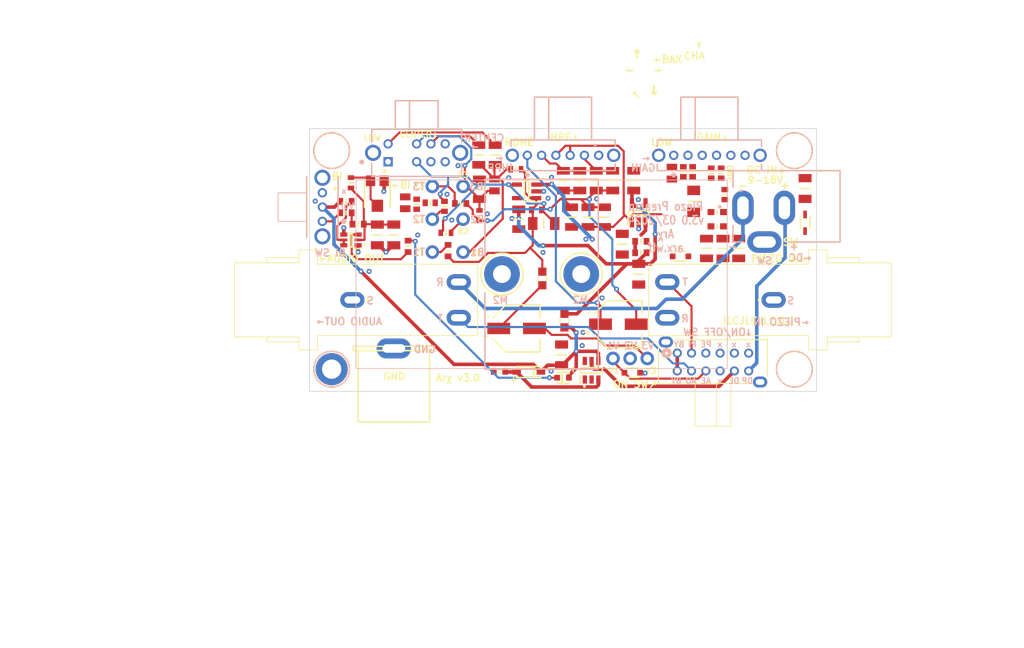
<source format=kicad_pcb>
(kicad_pcb (version 20240108) (generator "pcbnew") (generator_version "8.0")
  (title_block (title "Piezo Preamp + EQ") (date "2024-01-17") (rev "2.3") (company "Arx") (comment 1 "v2.1: PCB: fixing pad sizes - some were too small") (comment 2 "v2.2: scheme, PCB: fixing T and R pins on audio jacks - they were swapped before") (comment 3 "v2.3: PCB: adjusting board size to better fit the enclosure. Increasing opamp pad sizes."))
  (layers (0 "F.Cu" signal) (1 "In1.Cu" power) (2 "In2.Cu" power) (31 "B.Cu" signal) (34 "B.Paste" user) (35 "F.Paste" user) (36 "B.SilkS" user "B.Silkscreen") (37 "F.SilkS" user "F.Silkscreen") (38 "B.Mask" user) (39 "F.Mask" user) (44 "Edge.Cuts" user))
  (net 0 "")
  (net 1 "PIEZO_ESD")
  (net 2 "GND")
  (net 3 "Vbi")
  (net 4 "VS")
  (net 5 "Vbias")
  (net 6 "/1-ChargeAmpAndEQ/C_SW_1")
  (net 7 "/1-ChargeAmpAndEQ/C_SW_2")
  (net 8 "/1-ChargeAmpAndEQ/CH_A_INV")
  (net 9 "/1-ChargeAmpAndEQ/CH_A_OUT")
  (net 10 "/1-ChargeAmpAndEQ/G_SW_6")
  (net 11 "/1-ChargeAmpAndEQ/BAX_IN")
  (net 12 "/1-ChargeAmpAndEQ/BAX_A_INV")
  (net 13 "/1-ChargeAmpAndEQ/BASS_1")
  (net 14 "/1-ChargeAmpAndEQ/C_SW_7")
  (net 15 "AUDIO_ESD")
  (net 16 "/2-Power/DC_IN_POS")
  (net 17 "/2-Power/RP_GATE")
  (net 18 "/3-BatteryIndicator/LED_K")
  (net 19 "DC_IN_NEG")
  (net 20 "/1-ChargeAmpAndEQ/BAX_A_OUT")
  (net 21 "/3-BatteryIndicator/BI_SW")
  (net 22 "/3-BatteryIndicator/TRIM_BI_3")
  (net 23 "/3-BatteryIndicator/BI_B1")
  (net 24 "/1-ChargeAmpAndEQ/BASS_2")
  (net 25 "/1-ChargeAmpAndEQ/BASS_3")
  (net 26 "/1-ChargeAmpAndEQ/CIN_RIN")
  (net 27 "/1-ChargeAmpAndEQ/ROUT_COUT")
  (net 28 "/1-ChargeAmpAndEQ/VOL_3")
  (net 29 "/2-Power/RP_DRAIN")
  (net 30 "PIEZO_IN")
  (net 31 "AUDIO_OUT")
  (net 35 "/3-BatteryIndicator/BI_R")
  (net 36 "/3-BatteryIndicator/BI_C1_B2")
  (net 37 "/3-BatteryIndicator/BI_C2")
  (net 38 "/2-Power/BYPASS")
  (net 39 "/1-ChargeAmpAndEQ/TREB_1")
  (net 40 "/1-ChargeAmpAndEQ/TREB_2")
  (net 41 "/1-ChargeAmpAndEQ/TREB_3")
  (net 44 "/1-ChargeAmpAndEQ/C_SW_5")
  (net 45 "/1-ChargeAmpAndEQ/G_SW_1")
  (net 46 "/1-ChargeAmpAndEQ/G_SW_2")
  (net 47 "/1-ChargeAmpAndEQ/G_SW_5")
  (net 48 "/1-ChargeAmpAndEQ/HPF_SW_3")
  (net 57 "/2-Power/DC_IN_SW")
  (net 58 "/1-ChargeAmpAndEQ/HPF_SW_1")
  (net 59 "/1-ChargeAmpAndEQ/HPF_SW_2")
  (footprint "library:bjt_BC847BS_115" (layer "F.Cu") (at 120.7 90.65 180)
    (property "Reference" "U301" (hide yes))
    (property "Value" "BC847BS,115" (hide yes))
  )
  (footprint "library:FreePad_1.1mm_2.0mm" (layer "F.Cu") (at 136.4 83.15 90)
    (property "Reference" "H103" (hide yes))
    (property "Value" "Bass 3")
  )
  (footprint "library:FreePad_1.1mm_2.0mm" (layer "F.Cu") (at 159.8 107.25)
    (property "Reference" "H107" (hide yes))
    (property "Value" "Volume 1")
  )
  (footprint "MountingHole:MountingHole_2.7mm_M2.5_ISO14580_Pad" (layer "F.Cu") (at 118 108.75)
    (property "Reference" "H401" (hide yes))
    (property "Value" "M2.5 MountingHole_Pad")
  )
  (footprint "library:MCA1206MD1005BP100" (layer "F.Cu") (at 147.7 88.35)
    (property "Reference" "R104" (hide yes))
    (property "Value" "10M" (hide yes))
  )
  (footprint "library:EEEFTH101XAP" (layer "F.Cu") (at 143.9 103.05)
    (property "Reference" "C105" (hide yes))
    (property "Value" "100u 50V" (hide yes))
  )
  (footprint "library:cap_CL10C101JB8NNNC" (layer "F.Cu") (at 146.7 86.45 180)
    (property "Reference" "C104" (hide yes))
    (property "Value" "100p" (hide yes))
  )
  (footprint "library:cap_CL31A226KAHNNNE" (layer "F.Cu") (at 184.3 83.45 -90)
    (property "Reference" "C201" (hide yes))
    (property "Value" "22u" (hide yes))
  )
  (footprint "library:GRM1885C1H472JA01D" (layer "F.Cu") (at 129.9 85.65 90)
    (property "Reference" "Ct104" (hide yes))
    (property "Value" "4n7" (hide yes))
  )
  (footprint "library:FreePad_1.1mm_2.0mm" (layer "F.Cu") (at 162.2 107.25)
    (property "Reference" "H109" (hide yes))
    (property "Value" "Volume 3")
  )
  (footprint "library:D20V0L1B2WS-7" (layer "F.Cu") (at 184.3 88.25 90)
    (property "Reference" "D201" (hide yes))
    (property "Value" "20V 15pF" (hide yes))
  )
  (footprint "library:ERA-3AEB392V" (layer "F.Cu") (at 120.7 82.65 90)
    (property "Reference" "R303" (hide yes))
    (property "Value" "3k9" (hide yes))
  )
  (footprint "library:KEYSTONE-5201" (layer "F.Cu") (at 126.7 105.85 180)
    (property "Reference" "J401" (hide yes))
    (property "Value" "Spring Contact" (hide yes))
  )
  (footprint "library:GRM1885C1H472JA01D" (layer "F.Cu") (at 171.15 81.3 90)
    (property "Reference" "Cf105" (hide yes))
    (property "Value" "4n7" (hide yes))
  )
  (footprint "library:GRM31C5C1H224JE02L" (layer "F.Cu") (at 152.75 82.35 90)
    (property "Reference" "Chp106" (hide yes))
    (property "Value" "220n" (hide yes))
  )
  (footprint "library:RT0603BRD0747KL" (layer "F.Cu") (at 120 85.25)
    (property "Reference" "R304" (hide yes))
    (property "Value" "47k" (hide yes))
  )
  (footprint "MountingHole:MountingHole_2.7mm_M2.5_ISO14580" (layer "F.Cu") (at 182.8 108.75)
    (property "Reference" "H402" (hide yes))
    (property "Value" "M2.5 MountingHole")
  )
  (footprint "library:EEEFTH101XAP" (layer "F.Cu") (at 158.15 102.45)
    (property "Reference" "Chp104" (hide yes))
    (property "Value" "100u 50V" (hide yes))
  )
  (footprint "library:RT0603BRD0747KL" (layer "F.Cu") (at 161.3 92.45 180)
    (property "Reference" "R203" (hide yes))
    (property "Value" "47k" (hide yes))
  )
  (footprint "library:cap_CL31A226KAHNNNE" (layer "F.Cu") (at 126.7 89.95 90)
    (property "Reference" "C302" (hide yes))
    (property "Value" "22u" (hide yes))
  )
  (footprint "library:cap_CL31A226KAHNNNE" (layer "F.Cu") (at 150.2 106.75 -90)
    (property "Reference" "C202" (hide yes))
    (property "Value" "22u" (hide yes))
  )
  (footprint "library:FreePad_1.1mm_2.0mm" (layer "F.Cu") (at 132.1 92.35)
    (property "Reference" "H104" (hide yes))
    (property "Value" "Treble 1")
  )
  (footprint "library:OPA145IDBVR" (layer "F.Cu") (at 161 86.85 90)
    (property "Reference" "U101" (hide yes))
    (property "Value" "OPA145" (hide yes))
  )
  (footprint "library:GRM21B5C1H223JA01L" (layer "F.Cu") (at 140.8 82.95 -90)
    (property "Reference" "Cb102" (hide yes))
    (property "Value" "22n" (hide yes))
  )
  (footprint "library:RT0603DRD072K2L" (layer "F.Cu") (at 134.3 92.15 -90)
    (property "Reference" "Rt102" (hide yes))
    (property "Value" "2k2" (hide yes))
  )
  (footprint "library:GRM31C5C1H683JA01L" (layer "F.Cu") (at 151.6 87.45 90)
    (property "Reference" "Chp101" (hide yes))
    (property "Value" "68n" (hide yes))
  )
  (footprint "library:CDSOD323-T12LC" (layer "F.Cu") (at 160.1 109.25 180)
    (property "Reference" "D102" (hide yes))
    (property "Value" "12V 1pF" (hide yes))
  )
  (footprint "library:GRM31C5C2A104JA01L" (layer "F.Cu") (at 144.2 87.75 90)
    (property "Reference" "C206" (hide yes))
    (property "Value" "100n" (hide yes))
  )
  (footprint "library:cap_CL31A226KAHNNNE" (layer "F.Cu") (at 124.4 89.95 90)
    (property "Reference" "C301" (hide yes))
    (property "Value" "22u" (hide yes))
  )
  (footprint "MountingHole:MountingHole_2.7mm_M2.5_ISO14580" (layer "F.Cu") (at 182.8 78.15)
    (property "Reference" "H404" (hide yes))
    (property "Value" "M2.5 MountingHole")
  )
  (footprint "library:GRM1885C1H472JA01D" (layer "F.Cu") (at 168.55 81.1 90)
    (property "Reference" "Cf103" (hide yes))
    (property "Value" "4n7" (hide yes))
  )
  (footprint "library:GRM31C5C1H224JE02L" (layer "F.Cu") (at 172.8 91.85 90)
    (property "Reference" "C101" (hide yes))
    (property "Value" "220n" (hide yes))
  )
  (footprint "library:RT0603BRD0710KL" (layer "F.Cu") (at 128.7 91.55 -90)
    (property "Reference" "R305" (hide yes))
    (property "Value" "10k" (hide yes))
  )
  (footprint "library:DDZ12B-7" (layer "F.Cu") (at 145.6 109.15 180)
    (property "Reference" "D202" (hide yes))
    (property "Value" "DDZ12B-7" (hide yes))
  )
  (footprint "library:ERA-6AEB101V" (layer "F.Cu") (at 150.6 101.95 -90)
    (property "Reference" "R202" (hide yes))
    (property "Value" "100R" (hide yes))
  )
  (footprint "library:GRM1885C1H472JA01D" (layer "F.Cu") (at 131.8 85.45 180)
    (property "Reference" "Ct102" (hide yes))
    (property "Value" "4n7" (hide yes))
  )
  (footprint "library:GRM31C5C2A104JA01L" (layer "F.Cu") (at 160.3 82.35 -90)
    (property "Reference" "C205" (hide yes))
    (property "Value" "100n" (hide yes))
  )
  (footprint "library:trimpot_TC33X-2-103E" (layer "F.Cu") (at 124.4 84.218 180)
    (property "Reference" "RV301" (hide yes))
    (property "Value" "trim B10k" (hide yes))
  )
  (footprint "library:GRM31C5C2A104JA01L" (layer "F.Cu") (at 157.35 82.35 -90)
    (property "Reference" "Chp107" (hide yes))
    (property "Value" "100n" (hide yes))
  )
  (footprint "library:FreePad_1.1mm_2.0mm" (layer "F.Cu") (at 136.4 87.75 90)
    (property "Reference" "H102" (hide yes))
    (property "Value" "Bass 2")
  )
  (footprint "library:GRM31C5C1H683JA01L" (layer "F.Cu") (at 138.7 83.55 90)
    (property "Reference" "Cb101" (hide yes))
    (property "Value" "68n" (hide yes))
  )
  (footprint "library:GRM31C5C1H224JE02L" (layer "F.Cu") (at 175 91.85 90)
    (property "Reference" "C102" (hide yes))
    (property "Value" "220n" (hide yes))
  )
  (footprint "library:GRM1885C1H472JA01D" (layer "F.Cu") (at 133.8 85.95 -90)
    (property "Reference" "Ct101" (hide yes))
    (property "Value" "4n7" (hide yes))
  )
  (footprint "library:GRM31C5C1H683JA01L" (layer "F.Cu") (at 138.6 78.75 -90)
    (property "Reference" "Cb104" (hide yes))
    (property "Value" "68n" (hide yes))
  )
  (footprint "library:RT0603BRD0710KL" (layer "F.Cu") (at 141.5 109.05 180)
    (property "Reference" "R201" (hide yes))
    (property "Value" "10k" (hide yes))
  )
  (footprint "library:FreePad_1.1mm_2.0mm" (layer "F.Cu") (at 136.4 92.35 90)
    (property "Reference" "H101" (hide yes))
    (property "Value" "Bass 1")
  )
  (footprint "library:OPA145IDBVR" (layer "F.Cu") (at 145.3 83.85 180)
    (property "Reference" "U102" (hide yes))
    (property "Value" "OPA145" (hide yes))
  )
  (footprint "library:RT0603DRD072K2L" (layer "F.Cu") (at 136.06 85.55 180)
    (property "Reference" "Rt101" (hide yes))
    (property "Value" "2k2" (hide yes))
  )
  (footprint "library:CUI_SJ-63053A" (layer "F.Cu") (at 120.9 99.05)
    (property "Reference" "J102" (hide yes))
    (property "Value" "6.3mm stereo")
  )
  (footprint "library:CUI_SJ-63053A" (layer "F.Cu") (at 179.9 99.05 180)
    (property "Reference" "J101" (hide yes))
    (property "Value" "6.3mm stereo")
  )
  (footprint "library:pot_R16148-1A-1_FabOnly" (layer "F.Cu") (at 173.3 84.849996 -90)
    (property "Reference" "Volume" (hide yes))
    (property "Value" "Volume")
  )
  (footprint "library:GRM31C5C1H683JA01L" (layer "F.Cu") (at 155.05 82.35 -90)
    (property "Reference" "Chp108" (hide yes))
    (property "Value" "68n" (hide yes))
  )
  (footprint "library:MCA1206MD1005BP100" (layer "F.Cu") (at 168.7 85.25 -90)
    (property "Reference" "Rf101" (hide yes))
    (property "Value" "10M" (hide yes))
  )
  (footprint "library:EG4208A" (layer "F.Cu") (at 171.4 107.75)
    (property "Reference" "S201" (hide yes))
    (property "Value" "EG4208A")
  )
  (footprint "library:FreePad_1.1mm_2.0mm" (layer "F.Cu") (at 132.1 87.75)
    (property "Reference" "H105" (hide yes))
    (property "Value" "Treble 2")
  )
  (footprint "library:GRM31C5C1H224JE02L" (layer "F.Cu") (at 153.9 87.45 90)
    (property "Reference" "Chp102" (hide yes))
    (property "Value" "220n" (hide yes))
  )
  (footprint "library:CDSOD323-T12LC" (layer "F.Cu") (at 166.85 92.95)
    (property "Reference" "D101" (hide yes))
    (property "Value" "12V 1pF" (hide yes))
  )
  (footprint "library:ERA-3AEB392V" (layer "F.Cu") (at 143.8 80.75)
    (property "Reference" "Rb102" (hide yes))
    (property "Value" "3k9" (hide yes))
  )
  (footprint "library:RT0603BRE07150RL_UL-M" (layer "F.Cu") (at 172 88.75 180)
    (property "Reference" "R102" (hide yes))
    (property "Value" "150R")
  )
  (footprint "library:GRM31C5C1H224JE02L" (layer "F.Cu") (at 170.5 91.85 90)
    (property "Reference" "C103" (hide yes))
    (property "Value" "220n" (hide yes))
  )
  (footprint "library:GRM21B5C1H223JA01L" (layer "F.Cu") (at 165.65 81.3 90)
    (property "Reference" "Cf102" (hide yes))
    (property "Value" "22n" (hide yes))
  )
  (footprint "library:ZXMP3A17E6TA" (layer "F.Cu") (at 154.4 108.899986 90)
    (property "Reference" "U201" (hide yes))
    (property "Value" "ZXMP3A17E6TA" (hide yes))
  )
  (footprint "library:ERA-3AEB392V" (layer "F.Cu") (at 134 89.65 180)
    (property "Reference" "R103" (hide yes))
    (property "Value" "3k9" (hide yes))
  )
  (footprint "library:ERA-6AEB101V" (layer "F.Cu") (at 147.5 96.05 90)
    (property "Reference" "R105" (hide yes))
    (property "Value" "100R" (hide yes))
  )
  (footprint "library:GRM1885C1H102JA01D" (layer "F.Cu") (at 173.05 84.3 -90)
    (property "Reference" "Cf101" (hide yes))
    (property "Value" "1n" (hide yes))
  )
  (footprint "library:APT1608LSECK_J3-PRV" (layer "F.Cu") (at 150.4 109.95)
    (property "Reference" "D301" (hide yes))
    (property "Value" "Red 100mcd/120°/2mA" (hide yes))
  )
  (footprint "library:GRM31C5C1H224JE02L" (layer "F.Cu") (at 150.45 82.35 90)
    (property "Reference" "Chp105" (hide yes))
    (property "Value" "220n" (hide yes))
  )
  (footprint "library:GRM1885C1H102JA01D" (layer "F.Cu") (at 172.55 81.3 90)
    (property "Reference" "Cf106" (hide yes))
    (property "Value" "1n" (hide yes))
  )
  (footprint "library:pot_R16148-1A-1_FabOnly" (layer "F.Cu") (at 150.4 84.85)
    (property "Reference" "Bass" (hide yes))
    (property "Value" "Bass")
  )
  (footprint "library:GRM31C5C1H224JE02L" (layer "F.Cu") (at 156.2 87.45 90)
    (property "Reference" "Chp103" (hide yes))
    (property "Value" "220n" (hide yes))
  )
  (footprint "library:RT0603BRD0747KL" (layer "F.Cu") (at 121.7 88.45)
    (property "Reference" "R302" (hide yes))
    (property "Value" "47k" (hide yes))
  )
  (footprint "library:RT0603BRD0747KL" (layer "F.Cu") (at 161.3 90.85)
    (property "Reference" "R204" (hide yes))
    (property "Value" "47k" (hide yes))
  )
  (footprint "library:ERA-3AEB392V" (layer "F.Cu") (at 138.7 87.25 90)
    (property "Reference" "Rb101" (hide yes))
    (property "Value" "3k9" (hide yes))
  )
  (footprint "library:RT0603BRE07150RL_UL-M" (layer "F.Cu") (at 172 86.75 180)
    (property "Reference" "R101" (hide yes))
    (property "Value" "150R")
  )
  (footprint "library:GRM31C5C2A104JA01L" (layer "F.Cu") (at 140.9 78.75 -90)
    (property "Reference" "Cb103" (hide yes))
    (property "Value" "100n" (hide yes))
  )
  (footprint "library:GRM1885C1H472JA01D" (layer "F.Cu") (at 167.25 81.1 90)
    (property "Reference" "Cf104" (hide yes))
    (property "Value" "4n7" (hide yes))
  )
  (footprint "MountingHole:MountingHole_2.7mm_M2.5_ISO14580" (layer "F.Cu") (at 118 78.15)
    (property "Reference" "H403" (hide yes))
    (property "Value" "M2.5 MountingHole")
  )
  (footprint "library:cap_CL31A226KAHNNNE" (layer "F.Cu") (at 158.7 91.25 90)
    (property "Reference" "C204" (hide yes))
    (property "Value" "22u" (hide yes))
  )
  (footprint "library:FreePad_1.1mm_2.0mm" (layer "F.Cu") (at 157.4 107.25)
    (property "Reference" "H108" (hide yes))
    (property "Value" "Volume 2")
  )
  (footprint "library:cap_CL31A226KAHNNNE" (layer "F.Cu") (at 161 95.45 90)
    (property "Reference" "C203" (hide yes))
    (property "Value" "22u" (hide yes))
  )
  (footprint "library:RT0603BRD0747KL" (layer "F.Cu") (at 120 86.85)
    (property "Reference" "R301" (hide yes))
    (property "Value" "47k" (hide yes))
  )
  (footprint "library:FreePad_1.1mm_2.0mm" (layer "F.Cu") (at 132.1 83.15)
    (property "Reference" "H106" (hide yes))
    (property "Value" "Treble 3")
  )
  (footprint "library:GRM21B5C1H223JA01L" (layer "F.Cu") (at 128.3 85.45 90)
    (property "Reference" "Ct103" (hide yes))
    (property "Value" "22n" (hide yes))
  )
  (footprint "library:pot_R16148-1A-1_FabOnly" (layer "F.Cu") (at 127.5 84.85 90)
    (property "Reference" "Treble" (hide yes))
    (property "Value" "Treble")
  )
  (footprint "library:OS102011MA1QN1" (layer "B.Cu") (at 116.7 86.05 90)
    (property "Reference" "S301" (hide yes))
    (property "Value" "OS102011MA1QN1" (hide yes))
  )
  (footprint "library:sw_0S203011MA2QP1" (layer "B.Cu") (at 129.9 75.15)
    (property "Reference" "S103" (hide yes))
    (property "Value" "0S203011MA2QP1" (hide yes))
  )
  (footprint "library:sw_SK14D01G6" (layer "B.Cu") (at 150.4 76.65)
    (property "Reference" "S102" (hide yes))
    (property "Value" "SK14D01G6" (hide yes))
  )
  (footprint "library:KEYSTONE-71" (layer "B.Cu") (at 147.4 95.45 90)
    (property "Reference" "H422" (hide yes))
    (property "Value" "9V battery holder" (hide yes))
  )
  (footprint "library:sw_SK14D01G6" (layer "B.Cu") (at 170.9 76.65)
    (property "Reference" "S101" (hide yes))
    (property "Value" "SK14D01G6" (hide yes))
  )
  (footprint "library:694106301002" (layer "B.Cu") (at 189.2 89.95 180)
    (property "Reference" "J201" (hide yes))
    (property "Value" "DC IN 5.5/2.1mm" (hide yes))
  )
  (gr_circle (center 118 78.15) (end 120.5 78.15) (stroke (width 0.2)) (fill none) (layer "B.SilkS"))
  (gr_circle (center 118 108.75) (end 120.5 108.75) (stroke (width 0.2)) (fill none) (layer "B.SilkS"))
  (gr_circle (center 175.3 83.75) (end 175.2 83.75) (stroke (width 0.2)) (fill none) (layer "B.SilkS"))
  (gr_circle (center 182.8 78.15) (end 185.3 78.15) (stroke (width 0.2)) (fill none) (layer "B.SilkS"))
  (gr_circle (center 182.8 108.75) (end 185.3 108.75) (stroke (width 0.2)) (fill none) (layer "B.SilkS"))
  (gr_circle (center 154.9 77.35) (end 154.8 77.35) (stroke (width 0.2)) (fill none) (layer "B.SilkS"))
  (gr_circle (center 118 108.75) (end 120.5 108.75) (stroke (width 0.2)) (fill none) (layer "F.SilkS"))
  (gr_circle (center 182.8 108.75) (end 185.3 108.75) (stroke (width 0.2)) (fill none) (layer "F.SilkS"))
  (gr_circle (center 141.85 95.45) (end 144.8 95.45) (stroke (width 0.2)) (fill none) (layer "F.SilkS"))
  (gr_circle (center 118 78.15) (end 120.5 78.15) (stroke (width 0.2)) (fill none) (layer "F.SilkS"))
  (gr_circle (center 152.95 95.45) (end 155.9 95.45) (stroke (width 0.2)) (fill none) (layer "F.SilkS"))
  (gr_circle (center 182.8 78.15) (end 185.3 78.15) (stroke (width 0.2)) (fill none) (layer "F.SilkS"))
  (gr_line (start 114.9 75.05) (end 185.9 75.05) (stroke (width 0.1)) (layer "Edge.Cuts"))
  (gr_line (start 114.9 75.05) (end 114.9 111.85) (stroke (width 0.1)) (layer "Edge.Cuts"))
  (gr_line (start 114.9 111.85) (end 185.9 111.85) (stroke (width 0.1)) (layer "Edge.Cuts"))
  (gr_line (start 185.9 111.85) (end 185.9 75.05) (stroke (width 0.1)) (layer "Edge.Cuts"))
  (gr_text "ON/OFF SW" (at 167.1 104.15 0) (layer "B.SilkS") (effects (font (size 1 1) (thickness 0.2) (bold yes)) (justify right bottom mirror)))
  (gr_text "←DC" (at 181.9 93.75 0) (layer "B.SilkS") (effects (font (size 1 1) (thickness 0.2) (bold yes)) (justify right bottom mirror)))
  (gr_text "V3" (at 163.3 106.05 0) (layer "B.SilkS") (effects (font (size 1 1) (thickness 0.2) (bold yes)) (justify left bottom mirror)))
  (gr_text "B3" (at 139.4 83.75 0) (layer "B.SilkS") (effects (font (size 1 1) (thickness 0.2) (bold yes)) (justify left bottom mirror)))
  (gr_text "M2" (at 142.8 99.65 0) (layer "B.SilkS") (effects (font (size 1 1) (thickness 0.2) (bold yes)) (justify left bottom mirror)))
  (gr_text "Vbi" (at 119.2 86.35 0) (layer "B.SilkS") (effects (font (size 0.8 0.8) (thickness 0.16) (bold yes)) (justify right bottom mirror)))
  (gr_text "R" (at 168.1 102.25 -0) (layer "B.SilkS") (effects (font (size 1 1) (thickness 0.2) (bold yes)) (justify left bottom mirror)))
  (gr_text "x\n" (at 176.8 105.75 0) (layer "B.SilkS") (effects (font (size 0.8 0.8) (thickness 0.16) (bold yes)) (justify left bottom mirror)))
  (gr_text "T3" (at 131.2 83.75 0) (layer "B.SilkS") (effects (font (size 1 1) (thickness 0.2) (bold yes)) (justify left bottom mirror)))
  (gr_text "V2" (at 160.9 106.05 0) (layer "B.SilkS") (effects (font (size 1 1) (thickness 0.2) (bold yes)) (justify left bottom mirror)))
  (gr_text "Piezo Preamp\nv3.0 03/2024\nArχ\narx.wtf\n" (at 164.8 92.45 0) (layer "B.SilkS") (effects (font (size 1.2 1) (thickness 0.2) (bold yes)) (justify bottom mirror)))
  (gr_text "T" (at 168 97.15 -0) (layer "B.SilkS") (effects (font (size 1 1) (thickness 0.2) (bold yes)) (justify left bottom mirror)))
  (gr_text "S" (at 124 99.75 -0) (layer "B.SilkS") (effects (font (size 1 1) (thickness 0.2) (bold yes)) (justify left bottom mirror)))
  (gr_text "T" (at 133.7 102.25 0) (layer "B.SilkS") (effects (font (size 1 1) (thickness 0.2) (bold yes)) (justify left bottom mirror)))
  (gr_text "x\n" (at 172.8 110.85 0) (layer "B.SilkS") (effects (font (size 0.8 0.8) (thickness 0.16) (bold yes)) (justify left bottom mirror)))
  (gr_text "AE" (at 171.2 110.85 0) (layer "B.SilkS") (effects (font (size 0.8 0.8) (thickness 0.16) (bold yes)) (justify left bottom mirror)))
  (gr_text "S" (at 182.9 99.75 -0) (layer "B.SilkS") (effects (font (size 1 1) (thickness 0.2) (bold yes)) (justify left bottom mirror)))
  (gr_text "BY" (at 167.5 105.75 0) (layer "B.SilkS") (effects (font (size 0.8 0.8) (thickness 0.16) (bold yes)) (justify left bottom mirror)))
  (gr_text "CENTER" (at 136.4 76.95 0) (layer "B.SilkS") (effects (font (size 1 1) (thickness 0.2) (bold yes)) (justify right bottom mirror)))
  (gr_text "x\n" (at 174.8 105.75 0) (layer "B.SilkS") (effects (font (size 0.8 0.8) (thickness 0.16) (bold yes)) (justify left bottom mirror)))
  (gr_text "→" (at 142.238094 78.722 180) (layer "B.SilkS") (effects (font (size 1 1) (thickness 0.2) (bold yes)) (justify right bottom mirror)))
  (gr_text "T1" (at 131.2 92.95 0) (layer "B.SilkS") (effects (font (size 1 1) (thickness 0.2) (bold yes)) (justify left bottom mirror)))
  (gr_text "GND" (at 129.4 106.55 0) (layer "B.SilkS") (effects (font (size 1 1) (thickness 0.2) (bold yes)) (justify right bottom mirror)))
  (gr_text "x\n" (at 172.8 105.75 0) (layer "B.SilkS") (effects (font (size 0.8 0.8) (thickness 0.16) (bold yes)) (justify left bottom mirror)))
  (gr_text "+" (at 183.5 92.15 -0) (layer "B.SilkS") (effects (font (size 1 1) (thickness 0.2) (bold yes)) (justify left bottom mirror)))
  (gr_text "M2" (at 154 99.65 0) (layer "B.SilkS") (effects (font (size 1 1) (thickness 0.2) (bold yes)) (justify left bottom mirror)))
  (gr_text "DP" (at 177.1 110.85 0) (layer "B.SilkS") (effects (font (size 0.8 0.8) (thickness 0.16) (bold yes)) (justify left bottom mirror)))
  (gr_text "T2" (at 131.2 88.35 0) (layer "B.SilkS") (effects (font (size 1 1) (thickness 0.2) (bold yes)) (justify left bottom mirror)))
  (gr_text "x" (at 119.3 84.25 0) (layer "B.SilkS") (effects (font (size 0.8 0.8) (thickness 0.16) (bold yes)) (justify right bottom mirror)))
  (gr_text "R" (at 133.8 97.15 -0) (layer "B.SilkS") (effects (font (size 1 1) (thickness 0.2) (bold yes)) (justify left bottom mirror)))
  (gr_text "AUDIO OUT→" (at 125.2 102.65 0) (layer "B.SilkS") (effects (font (size 1 1) (thickness 0.2) (bold yes)) (justify left bottom mirror)))
  (gr_text "PI" (at 169.2 105.75 0) (layer "B.SilkS") (effects (font (size 0.8 0.8) (thickness 0.16) (bold yes)) (justify left bottom mirror)))
  (gr_text "AO" (at 169.2 110.85 0) (layer "B.SilkS") (effects (font (size 0.8 0.8) (thickness 0.16) (bold yes)) (justify left bottom mirror)))
  (gr_text "GAIN" (at 159.8 81.15 0) (layer "B.SilkS") (effects (font (size 1 1) (thickness 0.2) (bold yes)) (justify right bottom mirror)))
  (gr_text "V1" (at 158.4 106.05 0) (layer "B.SilkS") (effects (font (size 1 1) (thickness 0.2) (bold yes)) (justify left bottom mirror)))
  (gr_text "←PIEZO IN" (at 176.9 102.75 0) (layer "B.SilkS") (effects (font (size 1 1) (thickness 0.2) (bold yes)) (justify right bottom mirror)))
  (gr_text "PE" (at 171.3 105.75 0) (layer "B.SilkS") (effects (font (size 0.8 0.8) (thickness 0.16) (bold yes)) (justify left bottom mirror)))
  (gr_text "→" (at 162.8 78.75 180) (layer "B.SilkS") (effects (font (size 1 1) (thickness 0.2) (bold yes)) (justify right bottom mirror)))
  (gr_text "DE" (at 175.2 110.85 0) (layer "B.SilkS") (effects (font (size 0.8 0.8) (thickness 0.16) (bold yes)) (justify left bottom mirror)))
  (gr_text "→" (at 176.9 104.35 90) (layer "B.SilkS") (effects (font (size 1 1) (thickness 0.2) (bold yes)) (justify right bottom mirror)))
  (gr_text "HPF" (at 139.8 81.15 0) (layer "B.SilkS") (effects (font (size 1 1) (thickness 0.2) (bold yes)) (justify right bottom mirror)))
  (gr_text "SW" (at 179.8 94.15 -0) (layer "B.SilkS") (effects (font (size 1 1) (thickness 0.2) (bold yes)) (justify left bottom mirror)))
  (gr_text "-" (at 174.9 92.15 -0) (layer "B.SilkS") (effects (font (size 1 1) (thickness 0.2) (bold yes)) (justify left bottom mirror)))
  (gr_text "BY" (at 167.1 110.85 0) (layer "B.SilkS") (effects (font (size 0.8 0.8) (thickness 0.16) (bold yes)) (justify left bottom mirror)))
  (gr_text "B2" (at 139.5 88.35 0) (layer "B.SilkS") (effects (font (size 1 1) (thickness 0.2) (bold yes)) (justify left bottom mirror)))
  (gr_text "BI SW" (at 115.5 93.05 0) (layer "B.SilkS") (effects (font (size 1 1) (thickness 0.2) (bold yes)) (justify right bottom mirror)))
  (gr_text "→" (at 137.3 78.15 0) (layer "B.SilkS") (effects (font (size 1 1) (thickness 0.2) (bold yes)) (justify right bottom mirror)))
  (gr_text "B1" (at 139.5 92.95 0) (layer "B.SilkS") (effects (font (size 1 1) (thickness 0.2) (bold yes)) (justify left bottom mirror)))
  (gr_text "+" (at 181.5 83.65 0) (layer "F.SilkS") (effects (font (size 1 1) (thickness 0.2) (bold yes)) (justify bottom)))
  (gr_text "BI\n←" (at 117.9 83.95 0) (layer "F.SilkS") (effects (font (size 1 1) (thickness 0.2) (bold yes)) (justify left bottom)))
  (gr_text "↖" (at 159.9 70.85 0) (layer "F.SilkS") (effects (font (size 1 1) (thickness 0.2) (bold yes)) (justify left bottom)))
  (gr_text "SW" (at 181.1 91.55 0) (layer "F.SilkS") (effects (font (size 1 1) (thickness 0.2) (bold yes)) (justify left bottom)))
  (gr_text "V2" (at 159.5 105.65 0) (layer "F.SilkS") (effects (font (size 0.8 0.8) (thickness 0.16) (bold yes)) (justify left)))
  (gr_text "JLCJLCJLCJLC" (at 172.4 102.55 0) (layer "F.SilkS") (effects (font (size 1 1) (thickness 0.2) (bold yes)) (justify left bottom)))
  (gr_text "LOW" (at 162.6 77.55 0) (layer "F.SilkS") (effects (font (size 1 1) (thickness 0.2) (bold yes)) (justify left bottom)))
  (gr_text "ON SW↗" (at 157.3 111.45 0) (layer "F.SilkS") (effects (font (size 1 1) (thickness 0.2) (bold yes)) (justify left bottom)))
  (gr_text "B3" (at 135.5 81.55 0) (layer "F.SilkS") (effects (font (size 0.8 0.8) (thickness 0.16) (bold yes)) (justify left)))
  (gr_text "→" (at 164.4 67.45 0) (layer "F.SilkS") (effects (font (size 1 1) (thickness 0.2) (bold yes)) (justify right bottom)))
  (gr_text "Arχ v3.0" (at 138.9 110.55 0) (layer "F.SilkS") (effects (font (size 1 1) (thickness 0.2) (bold yes)) (justify right bottom)))
  (gr_text "DC IN↓" (at 176 81.45 0) (layer "F.SilkS") (effects (font (size 1 1) (thickness 0.2) (bold yes)) (justify left bottom)))
  (gr_text "↑" (at 159.6 65.35 0) (layer "F.SilkS") (effects (font (size 1.5 1.5) (thickness 0.3) (bold yes)) (justify left bottom)))
  (gr_text "GND" (at 125.1 110.35 0) (layer "F.SilkS") (effects (font (size 1 1) (thickness 0.2) (bold yes)) (justify left bottom)))
  (gr_text "9-18V" (at 176.1 82.85 0) (layer "F.SilkS") (effects (font (size 1 1) (thickness 0.2) (bold yes)) (justify left bottom)))
  (gr_text "-" (at 175.6 83.65 0) (layer "F.SilkS") (effects (font (size 1 1) (thickness 0.2) (bold yes)) (justify bottom)))
  (gr_text "GAIN↓" (at 169 76.85 0) (layer "F.SilkS") (effects (font (size 1 1) (thickness 0.2) (bold yes)) (justify left bottom)))
  (gr_text "CENTER↓" (at 127.4 76.35 0) (layer "F.SilkS") (effects (font (size 0.8 0.8) (thickness 0.16) (bold yes)) (justify left bottom)))
  (gr_text "←BI" (at 126.2 83.55 0) (layer "F.SilkS") (effects (font (size 1 1) (thickness 0.2) (bold yes)) (justify left bottom)))
  (gr_text "PIEZO IN→" (at 184.8 93.85 0) (layer "F.SilkS") (effects (font (size 1 1) (thickness 0.2) (bold yes)) (justify right bottom)))
  (gr_text "NONE" (at 142.1 77.55 0) (layer "F.SilkS") (effects (font (size 1 1) (thickness 0.2) (bold yes)) (justify left bottom)))
  (gr_text "B1" (at 137.4 92.55 0) (layer "F.SilkS") (effects (font (size 0.8 0.8) (thickness 0.16) (bold yes)) (justify left)))
  (gr_text "DNP" (at 173.3 80.05 270) (layer "F.SilkS") (effects (font (size 0.8 0.8) (thickness 0.16) (bold yes)) (justify left bottom)))
  (gr_text "V1" (at 156.7 108.95 0) (layer "F.SilkS") (effects (font (size 0.8 0.8) (thickness 0.16) (bold yes)) (justify left)))
  (gr_text "←AUDIO OUT" (at 116 93.85 0) (layer "F.SilkS") (effects (font (size 1 1) (thickness 0.2) (bold yes)) (justify left bottom)))
  (gr_text "←BAX" (at 162.9 65.95 0) (layer "F.SilkS") (effects (font (size 1 1) (thickness 0.2) (bold yes)) (justify left bottom)))
  (gr_text "↓" (at 162 70.45 0) (layer "F.SilkS") (effects (font (size 1.5 1.5) (thickness 0.3) (bold yes)) (justify left bottom)))
  (gr_text "  ↑\nCHA" (at 167.2 65.45 0) (layer "F.SilkS") (effects (font (size 1 1) (thickness 0.2) (bold yes)) (justify left bottom)))
  (gr_text "V3" (at 161.9 108.95 0) (layer "F.SilkS") (effects (font (size 0.8 0.8) (thickness 0.16) (bold yes)) (justify left)))
  (gr_text "←" (at 159 67.45 0) (layer "F.SilkS") (effects (font (size 1 1) (thickness 0.2) (bold yes)) (justify left bottom)))
  (gr_text "B2" (at 135.5 89.45 0) (layer "F.SilkS") (effects (font (size 0.8 0.8) (thickness 0.16) (bold yes)) (justify left)))
  (gr_text "T1" (at 129.5 92.35 0) (layer "F.SilkS") (effects (font (size 0.8 0.8) (thickness 0.16) (bold yes)) (justify left)))
  (gr_text "T3" (at 129.5 83.15 0) (layer "F.SilkS") (effects (font (size 0.8 0.8) (thickness 0.16) (bold yes)) (justify left)))
  (gr_text "LOW" (at 122.4 76.85 0) (layer "F.SilkS") (effects (font (size 0.8 0.8) (thickness 0.16) (bold yes)) (justify left bottom)))
  (gr_text "T2" (at 129.5 87.75 0) (layer "F.SilkS") (effects (font (size 0.8 0.8) (thickness 0.16) (bold yes)) (justify left)))
  (gr_text "HPF↓" (at 148.5 76.85 0) (layer "F.SilkS") (effects (font (size 1 1) (thickness 0.2) (bold yes)) (justify left bottom)))
  (segment (start 124.65 91.4) (end 124.4 91.4) (width 0.5) (layer "F.Cu") (net 2))
  (segment (start 125.6 92.35) (end 126.55 91.4) (width 0.5) (layer "F.Cu") (net 2))
  (segment (start 161.85 109.35) (end 161.2 109.35) (width 0.5) (layer "F.Cu") (net 2))
  (segment (start 121.7 92.35) (end 121.7 91.4) (width 0.5) (layer "F.Cu") (net 2))
  (segment (start 125.35 83.8) (end 125.3 83.85) (width 0.5) (layer "F.Cu") (net 2))
  (segment (start 161.9 109.3) (end 161.85 109.35) (width 0.5) (layer "F.Cu") (net 2))
  (segment (start 125.6 92.35) (end 124.65 91.4) (width 0.5) (layer "F.Cu") (net 2))
  (segment (start 126.55 91.4) (end 126.7 91.4) (width 0.5) (layer "F.Cu") (net 2))
  (segment (start 125.35 82.368) (end 125.35 83.8) (width 0.5) (layer "F.Cu") (net 2))
  (segment (start 161 89.05) (end 161 88.2) (width 0.5) (layer "F.Cu") (net 2))
  (segment (start 146.65 83.85) (end 147.7 83.85) (width 0.5) (layer "F.Cu") (net 2))
  (segment (start 119.7 89.9) (end 119.7 88.95) (width 0.5) (layer "F.Cu") (net 2))
  (via (at 155.871753 98.778247) (size 0.7) (drill 0.3) (layers "F.Cu" "B.Cu") (net 2))
  (via (at 134.821637 87.880409) (size 0.7) (drill 0.3) (layers "F.Cu" "B.Cu") (net 2))
  (via (at 147.6 92.400003) (size 0.7) (drill 0.3) (layers "F.Cu" "B.Cu") (net 2))
  (via (at 153.199662 103.59991) (size 0.7) (drill 0.3) (layers "F.Cu" "B.Cu") (net 2))
  (via (at 161 89.1) (size 0.7) (drill 0.3) (layers "F.Cu" "B.Cu") (net 2))
  (via (at 148.793479 81.889492) (size 0.7) (drill 0.3) (layers "F.Cu" "B.Cu") (net 2))
  (via (at 148.299055 84.821746) (size 0.7) (drill 0.3) (layers "F.Cu" "B.Cu") (net 2))
  (via (at 135.696062 80.254424) (size 0.7) (drill 0.3) (layers "F.Cu" "B.Cu") (net 2))
  (via (at 125.3 83.85) (size 0.7) (drill 0.3) (layers "F.Cu" "B.Cu") (net 2))
  (via (at 153.084003 105.45) (size 0.7) (drill 0.3) (layers "F.Cu" "B.Cu") (net 2))
  (via (at 130.052822 89.967944) (size 0.7) (drill 0.3) (layers "F.Cu" "B.Cu") (net 2))
  (via (at 119.7 88.95) (size 0.7) (drill 0.3) (layers "F.Cu" "B.Cu") (net 2))
  (via (at 161.9 109.3) (size 0.7) (drill 0.3) (layers "F.Cu" "B.Cu") (net 2))
  (via (at 153.6 90.55) (size 0.7) (drill 0.3) (layers "F.Cu" "B.Cu") (net 2))
  (via (at 155.105332 84.894671) (size 0.7) (drill 0.3) (layers "F.Cu" "B.Cu") (net 2))
  (via (at 121.7 92.35) (size 0.7) (drill 0.3) (layers "F.Cu" "B.Cu") (net 2))
  (via (at 148.731914 109.028739) (size 0.7) (drill 0.3) (layers "F.Cu" "B.Cu") (net 2))
  (via (at 115.699014 85.220521) (size 0.7) (drill 0.3) (layers "F.Cu" "B.Cu") (net 2))
  (via (at 147.7 83.85) (size 0.7) (drill 0.3) (layers "F.Cu" "B.Cu") (net 2))
  (via (at 123.241709 95.060337) (size 0.7) (drill 0.3) (layers "F.Cu" "B.Cu") (net 2))
  (via (at 143.249997 87.65) (size 0.7) (drill 0.3) (layers "F.Cu" "B.Cu") (net 2))
  (via (at 139.799994 87.001431) (size 0.7) (drill 0.3) (layers "F.Cu" "B.Cu") (net 2))
  (via (at 125.6 92.35) (size 0.7) (drill 0.3) (layers "F.Cu" "B.Cu") (net 2))
  (via (at 142.800281 81.950132) (size 0.7) (drill 0.3) (layers "F.Cu" "B.Cu") (net 2))
  (via (at 134.155886 84.255737) (size 0.7) (drill 0.3) (layers "F.Cu" "B.Cu") (net 2))
  (via (at 160.950002 85.000572) (size 0.7) (drill 0.3) (layers "F.Cu" "B.Cu") (net 2))
  (segment (start 150.3 108.2) (end 150.2 108.2) (width 0.5) (layer "F.Cu") (net 3))
  (segment (start 151.225 109.625) (end 151.225 109.95) (width 0.5) (layer "F.Cu") (net 3))
  (segment (start 152.25 108.6) (end 151.225 109.625) (width 0.5) (layer "F.Cu") (net 3))
  (segment (start 152.25 106.25) (end 150.3 108.2) (width 0.5) (layer "F.Cu") (net 3))
  (segment (start 116.7 86.05) (end 118.4 86.05) (width 0.5) (layer "F.Cu") (net 3))
  (segment (start 155.35 106.525) (end 155.35 107.6) (width 0.5) (layer "F.Cu") (net 3))
  (segment (start 152.25 103.62535) (end 151.52465 102.9) (width 0.5) (layer "F.Cu") (net 3))
  (segment (start 150.2 108.2) (end 148.25 108.2) (width 0.5) (layer "F.Cu") (net 3))
  (segment (start 148.25 108.2) (end 147.3 109.15) (width 0.5) (layer "F.Cu") (net 3))
  (segment (start 146.225 108.075) (end 147.3 109.15) (width 0.5) (layer "F.Cu") (net 3))
  (segment (start 122.1 95.05) (end 135.125 108.075) (width 0.5) (layer "F.Cu") (net 3))
  (segment (start 118.4 86.05) (end 119.2 85.25) (width 0.5) (layer "F.Cu") (net 3))
  (segment (start 152.25 106.25) (end 152.25 108.6) (width 0.5) (layer "F.Cu") (net 3))
  (segment (start 155.075 106.25) (end 155.35 106.525) (width 0.5) (layer "F.Cu") (net 3))
  (segment (start 152.25 106.25) (end 155.075 106.25) (width 0.5) (layer "F.Cu") (net 3))
  (segment (start 151.52465 102.9) (end 150.6 102.9) (width 0.5) (layer "F.Cu") (net 3))
  (segment (start 135.125 108.075) (end 146.225 108.075) (width 0.5) (layer "F.Cu") (net 3))
  (via (at 122.1 95.05) (size 0.7) (drill 0.3) (layers "F.Cu" "B.Cu") (net 3))
  (via (at 152.25 106.25) (size 0.7) (drill 0.3) (layers "F.Cu" "B.Cu") (net 3))
  (via (at 152.25 103.62535) (size 0.7) (drill 0.3) (layers "F.Cu" "B.Cu") (net 3))
  (segment (start 122.1 95.05) (end 118.325 91.275) (width 0.5) (layer "B.Cu") (net 3))
  (segment (start 152.25 103.62535) (end 152.25 106.25) (width 0.5) (layer "B.Cu") (net 3))
  (segment (start 118.325 87.675) (end 116.7 86.05) (width 0.5) (layer "B.Cu") (net 3))
  (segment (start 117.2 86.55) (end 116.7 86.05) (width 0.5) (layer "B.Cu") (net 3))
  (segment (start 118.325 91.275) (end 118.325 87.675) (width 0.5) (layer "B.Cu") (net 3))
  (segment (start 162.65 94) (end 163.3 93.35) (width 0.5) (layer "F.Cu") (net 4))
  (segment (start 161 93.55) (end 162.1 92.45) (width 0.5) (layer "F.Cu") (net 4))
  (segment (start 160.05 83.98) (end 160.3 83.73) (width 0.5) (layer "F.Cu") (net 4))
  (segment (start 156.45 94) (end 153.9 91.45) (width 0.5) (layer "F.Cu") (net 4))
  (segment (start 161 94) (end 156.45 94) (width 0.5) (layer "F.Cu") (net 4))
  (segment (start 161 94) (end 162.65 94) (width 0.5) (layer "F.Cu") (net 4))
  (segment (start 150.6 101) (end 152.35 101) (width 0.5) (layer "F.Cu") (net 4))
  (segment (start 161 85.948715) (end 160.498715 85.948715) (width 0.5) (layer "F.Cu") (net 4))
  (segment (start 163.3 93.35) (end 163.3 89.85) (width 0.5) (layer "F.Cu") (net 4))
  (segment (start 153.9 91.45) (end 147.6 91.45) (width 0.5) (layer "F.Cu") (net 4))
  (segment (start 160.05 85.5) (end 160.05 83.98) (width 0.5) (layer "F.Cu") (net 4))
  (segment (start 159.35 94) (end 161 94) (width 0.5) (layer "F.Cu") (net 4))
  (segment (start 152.35 101) (end 159.35 94) (width 0.5) (layer "F.Cu") (net 4))
  (segment (start 144.2 86.37) (end 144.2 87.65) (width 0.5) (layer "F.Cu") (net 4))
  (segment (start 160.498715 85.948715) (end 160.05 85.5) (width 0.5) (layer "F.Cu") (net 4))
  (segment (start 161 94) (end 161 93.55) (width 0.5) (layer "F.Cu") (net 4))
  (via (at 147.6 91.45) (size 0.7) (drill 0.3) (layers "F.Cu" "B.Cu") (net 4))
  (via (at 161 85.948715) (size 0.7) (drill 0.3) (layers "F.Cu" "B.Cu") (net 4))
  (via (at 163.3 89.85) (size 0.7) (drill 0.3) (layers "F.Cu" "B.Cu") (net 4))
  (via (at 144.2 87.65) (size 0.7) (drill 0.3) (layers "F.Cu" "B.Cu") (net 4))
  (segment (start 161 85.948715) (end 162.5 87.448715) (width 0.5) (layer "B.Cu") (net 4))
  (segment (start 163.3 88.25) (end 163.3 89.85) (width 0.5) (layer "B.Cu") (net 4))
  (segment (start 162.5 87.448715) (end 162.5 87.45) (width 0.5) (layer "B.Cu") (net 4))
  (segment (start 147.6 91.45) (end 147 91.45) (width 0.5) (layer "B.Cu") (net 4))
  (segment (start 147 91.45) (end 144.2 88.65) (width 0.5) (layer "B.Cu") (net 4))
  (segment (start 162.5 87.45) (end 163.3 88.25) (width 0.5) (layer "B.Cu") (net 4))
  (segment (start 147.1 91.45) (end 147.6 91.45) (width 0.5) (layer "B.Cu") (net 4))
  (segment (start 144.2 88.65) (end 144.2 87.65) (width 0.5) (layer "B.Cu") (net 4))
  (segment (start 160.47 90.82) (end 160.5 90.85) (width 0.5) (layer "F.Cu") (net 5))
  (segment (start 161.95 89.331371) (end 161.331371 89.95) (width 0.5) (layer "F.Cu") (net 5))
  (segment (start 146.65 82.9) (end 148.75 82.9) (width 0.5) (layer "F.Cu") (net 5))
  (segment (start 148.75 82.9) (end 148.810661 82.839339) (width 0.5) (layer "F.Cu") (net 5))
  (segment (start 160.5 92.45) (end 160.5 90.85) (width 0.5) (layer "F.Cu") (net 5))
  (segment (start 161.95 88.2) (end 161.95 89.331371) (width 0.5) (layer "F.Cu") (net 5))
  (via (at 148.810661 82.839339) (size 0.7) (drill 0.3) (layers "F.Cu" "B.Cu") (net 5))
  (via (at 154.5 90.55) (size 0.7) (drill 0.3) (layers "F.Cu" "B.Cu") (net 5))
  (segment (start 148.810661 82.860661) (end 148.810661 82.839339) (width 0.5) (layer "B.Cu") (net 5))
  (segment (start 150.5 86.55) (end 150.5 84.55) (width 0.5) (layer "B.Cu") (net 5))
  (segment (start 150.5 84.55) (end 148.810661 82.860661) (width 0.5) (layer "B.Cu") (net 5))
  (segment (start 154.5 90.55) (end 150.5 86.55) (width 0.5) (layer "B.Cu") (net 5))
  (segment (start 160.05 88.2) (end 160.05 87.2) (width 0.3) (layer "F.Cu") (net 9))
  (segment (start 156.2 88.83) (end 157.42 88.83) (width 0.3) (layer "F.Cu") (net 9))
  (segment (start 160.05 87.2) (end 160.2 87.05) (width 0.3) (layer "F.Cu") (net 9))
  (segment (start 151.4 78.8) (end 151.4 77.4625) (width 0.3) (layer "F.Cu") (net 9))
  (segment (start 160.2 87.05) (end 164.2 87.05) (width 0.3) (layer "F.Cu") (net 9))
  (segment (start 158.9 87.05) (end 159.05 87.2) (width 0.3) (layer "F.Cu") (net 9))
  (segment (start 157.42 88.83) (end 159.05 87.2) (width 0.3) (layer "F.Cu") (net 9))
  (segment (start 153.9 88.83) (end 151.6 88.83) (width 0.3) (layer "F.Cu") (net 9))
  (segment (start 150.7375 77.4625) (end 151.4 77.4625) (width 0.3) (layer "F.Cu") (net 9))
  (segment (start 151.4 77.4625) (end 158.1125 77.4625) (width 0.3) (layer "F.Cu") (net 9))
  (segment (start 159.05 87.2) (end 160.05 88.2) (width 0.3) (layer "F.Cu") (net 9))
  (segment (start 149.4 78.8) (end 150.7375 77.4625) (width 0.3) (layer "F.Cu") (net 9))
  (segment (start 158.9 78.25) (end 158.9 87.05) (width 0.3) (layer "F.Cu") (net 9))
  (segment (start 158.1125 77.4625) (end 158.9 78.25) (width 0.3) (layer "F.Cu") (net 9))
  (segment (start 156.2 88.83) (end 153.9 88.83) (width 0.3) (layer "F.Cu") (net 9))
  (segment (start 155.05 83.73) (end 154.1 84.68) (width 0.3) (layer "F.Cu") (net 11))
  (segment (start 137.75 87.025) (end 138.7 87.975) (width 0.3) (layer "F.Cu") (net 11))
  (segment (start 157.35 83.73) (end 155.05 83.73) (width 0.3) (layer "F.Cu") (net 11))
  (segment (start 154.1 84.95) (end 152.9 84.95) (width 0.3) (layer "F.Cu") (net 11))
  (segment (start 152.9 84.95) (end 150.7 84.95) (width 0.3) (layer "F.Cu") (net 11))
  (segment (start 150 84.95) (end 148.6 86.35) (width 0.3) (layer "F.Cu") (net 11))
  (segment (start 160.65 100.5) (end 157.9 97.75) (width 0.3) (layer "F.Cu") (net 11))
  (segment (start 150.45 84.6) (end 150.45 83.73) (width 0.3) (layer "F.Cu") (net 11))
  (segment (start 136.86 85.55) (end 137.75 86.44) (width 0.3) (layer "F.Cu") (net 11))
  (segment (start 150.7 85.17) (end 151.6 86.07) (width 0.3) (layer "F.Cu") (net 11))
  (segment (start 153.9 86.07) (end 153.9 85.95) (width 0.3) (layer "F.Cu") (net 11))
  (segment (start 160.65 102.45) (end 160.65 100.5) (width 0.3) (layer "F.Cu") (net 11))
  (segment (start 139.776539 87.975) (end 138.7 87.975) (width 0.3) (layer "F.Cu") (net 11))
  (segment (start 154.1 84.68) (end 154.1 84.95) (width 0.3) (layer "F.Cu") (net 11))
  (segment (start 137.75 86.44) (end 137.75 87.025) (width 0.3) (layer "F.Cu") (net 11))
  (segment (start 157.9 97.75) (end 157.9 97.55) (width 0.3) (layer "F.Cu") (net 11))
  (segment (start 152.75 83.73) (end 150.45 83.73) (width 0.3) (layer "F.Cu") (net 11))
  (segment (start 156.2 86.07) (end 153.9 86.07) (width 0.3) (layer "F.Cu") (net 11))
  (segment (start 150.7 84.95) (end 150.1 84.95) (width 0.3) (layer "F.Cu") (net 11))
  (segment (start 150.1 84.95) (end 150.45 84.6) (width 0.3) (layer "F.Cu") (net 11))
  (segment (start 139.800106 87.951433) (end 139.776539 87.975) (width 0.3) (layer "F.Cu") (net 11))
  (segment (start 150.7 84.95) (end 150.7 85.17) (width 0.3) (layer "F.Cu") (net 11))
  (segment (start 153.9 85.95) (end 152.9 84.95) (width 0.3) (layer "F.Cu") (net 11))
  (segment (start 150.1 84.95) (end 150 84.95) (width 0.3) (layer "F.Cu") (net 11))
  (via (at 139.800106 87.951433) (size 0.7) (drill 0.3) (layers "F.Cu" "B.Cu") (net 11))
  (via (at 154.1 84.95) (size 0.7) (drill 0.3) (layers "F.Cu" "B.Cu") (net 11))
  (via (at 148.6 86.35) (size 0.7) (drill 0.3) (layers "F.Cu" "B.Cu") (net 11))
  (via (at 157.9 97.55) (size 0.7) (drill 0.3) (layers "F.Cu" "B.Cu") (net 11))
  (segment (start 139.800106 87.951433) (end 140.598567 87.951433) (width 0.3) (layer "B.Cu") (net 11))
  (segment (start 157.3 96.95) (end 157.9 97.55) (width 0.3) (layer "B.Cu") (net 11))
  (segment (start 154.1 87.35) (end 157.3 90.55) (width 0.3) (layer "B.Cu") (net 11))
  (segment (start 142.2 86.35) (end 148.6 86.35) (width 0.3) (layer "B.Cu") (net 11))
  (segment (start 140.598567 87.951433) (end 142.2 86.35) (width 0.3) (layer "B.Cu") (net 11))
  (segment (start 154.1 84.95) (end 154.1 87.35) (width 0.3) (layer "B.Cu") (net 11))
  (segment (start 157.3 90.55) (end 157.3 96.95) (width 0.3) (layer "B.Cu") (net 11))
  (segment (start 149.2375 88.2775) (end 147.41 86.45) (width 0.3) (layer "F.Cu") (net 12))
  (segment (start 133.6 87.95) (end 133.6 89.325) (width 0.3) (layer "F.Cu") (net 12))
  (segment (start 147.718365 85.573613) (end 147.718365 86.141635) (width 0.3) (layer "F.Cu") (net 12))
  (segment (start 133.206122 84.656122) (end 133.8 85.25) (width 0.3) (layer "F.Cu") (net 12))
  (segment (start 133.206122 84.234443) (end 133.206122 84.656122) (width 0.3) (layer "F.Cu") (net 12))
  (segment (start 147.718365 86.141635) (end 147.41 86.45) (width 0.3) (layer "F.Cu") (net 12))
  (segment (start 133.9 87.65) (end 133.6 87.95) (width 0.3) (layer "F.Cu") (net 12))
  (segment (start 142.7843 82.9) (end 143.95 82.9) (width 0.3) (layer "F.Cu") (net 12))
  (segment (start 133.6 89.325) (end 133.275 89.65) (width 0.3) (layer "F.Cu") (net 12))
  (segment (start 149.2375 88.35) (end 149.2375 88.2775) (width 0.3) (layer "F.Cu") (net 12))
  (via (at 133.9 87.65) (size 0.7) (drill 0.3) (layers "F.Cu" "B.Cu") (net 12))
  (via (at 142.7843 82.9) (size 0.7) (drill 0.3) (layers "F.Cu" "B.Cu") (net 12))
  (via (at 147.718365 85.573613) (size 0.7) (drill 0.3) (layers "F.Cu" "B.Cu") (net 12))
  (via (at 133.206122 84.234443) (size 0.7) (drill 0.3) (layers "F.Cu" "B.Cu") (net 12))
  (segment (start 134.3 81.77535) (end 136.969399 81.77535) (width 0.3) (layer "B.Cu") (net 12))
  (segment (start 147.2 85.55) (end 147.694752 85.55) (width 0.3) (layer "B.Cu") (net 12))
  (segment (start 133.206122 83.987927) (end 134.3 82.894049) (width 0.3) (layer "B.Cu") (net 12))
  (segment (start 138.6 82.95) (end 133.9 87.65) (width 0.3) (layer "B.Cu") (net 12))
  (segment (start 133.206122 84.234443) (end 133.206122 83.987927) (width 0.3) (layer "B.Cu") (net 12))
  (segment (start 138.094049 82.9) (end 138.75 82.9) (width 0.3) (layer "B.Cu") (net 12))
  (segment (start 134.3 82.894049) (end 134.3 81.77535) (width 0.3) (layer "B.Cu") (net 12))
  (segment (start 131.97535 81.77535) (end 129.9 79.7) (width 0.3) (layer "B.Cu") (net 12))
  (segment (start 145.4343 85.55) (end 142.7843 82.9) (width 0.3) (layer "B.Cu") (net 12))
  (segment (start 147.694752 85.55) (end 147.718365 85.573613) (width 0.3) (layer "B.Cu") (net 12))
  (segment (start 134.3 81.77535) (end 131.97535 81.77535) (width 0.3) (layer "B.Cu") (net 12))
  (segment (start 138.6 82.9) (end 138.6 82.95) (width 0.3) (layer "B.Cu") (net 12))
  (segment (start 147.2 85.55) (end 145.4343 85.55) (width 0.3) (layer "B.Cu") (net 12))
  (segment (start 142.7843 82.9) (end 138.6 82.9) (width 0.3) (layer "B.Cu") (net 12))
  (segment (start 136.969399 81.77535) (end 138.094049 82.9) (width 0.3) (layer "B.Cu") (net 12))
  (segment (start 141.95965 82.52965) (end 141.55 82.12) (width 0.3) (layer "F.Cu") (net 13))
  (segment (start 138.6 80.13) (end 138.81 80.13) (width 0.3) (layer "F.Cu") (net 13))
  (segment (start 142.5 80.75) (end 143.075 80.75) (width 0.3) (layer "F.Cu") (net 13))
  (segment (start 140.75 82.17) (end 140.8 82.12) (width 0.3) (layer "F.Cu") (net 13))
  (segment (start 141.13 82.12) (end 142.5 80.75) (width 0.3) (layer "F.Cu") (net 13))
  (segment (start 137.3 92.35) (end 141.95965 87.69035) (width 0.3) (layer "F.Cu") (net 13))
  (segment (start 138.81 80.13) (end 140.8 82.12) (width 0.3) (layer "F.Cu") (net 13))
  (segment (start 141.95965 87.69035) (end 141.95965 82.52965) (width 0.3) (layer "F.Cu") (net 13))
  (segment (start 140.9 80.13) (end 140.8 80.23) (width 0.3) (layer "F.Cu") (net 13))
  (segment (start 136.4 92.35) (end 137.3 92.35) (width 0.3) (layer "F.Cu") (net 13))
  (segment (start 140.8 82.12) (end 141.13 82.12) (width 0.3) (layer "F.Cu") (net 13))
  (segment (start 138.7 82.17) (end 140.75 82.17) (width 0.3) (layer "F.Cu") (net 13))
  (segment (start 141.55 82.12) (end 140.8 82.12) (width 0.3) (layer "F.Cu") (net 13))
  (segment (start 140.8 80.23) (end 140.8 82.12) (width 0.3) (layer "F.Cu") (net 13))
  (segment (start 137.38 76.15) (end 138.6 77.37) (width 0.3) (layer "F.Cu") (net 14))
  (segment (start 131.9 77.2) (end 132.95 76.15) (width 0.3) (layer "F.Cu") (net 14))
  (segment (start 132.95 76.15) (end 137.38 76.15) (width 0.3) (layer "F.Cu") (net 14))
  (segment (start 169.32535 110.07465) (end 159.82465 110.07465) (width 0.3) (layer "F.Cu") (net 15))
  (segment (start 159.82465 110.07465) (end 157.4 107.65) (width 0.3) (layer "F.Cu") (net 15))
  (segment (start 170.4 109) (end 169.32535 110.07465) (width 0.3) (layer "F.Cu") (net 15))
  (segment (start 157.4 107.65) (end 157.4 107.25) (width 0.3) (layer "F.Cu") (net 15))
  (segment (start 181.5 86.25) (end 181.4 86.15) (width 0.5) (layer "B.Cu") (net 16))
  (segment (start 177.535 107.865) (end 177.535 97.115) (width 0.5) (layer "B.Cu") (net 16))
  (segment (start 177.535 97.115) (end 181.5 93.15) (width 0.5) (layer "B.Cu") (net 16))
  (segment (start 176.4 109) (end 177.535 107.865) (width 0.5) (layer "B.Cu") (net 16))
  (segment (start 181.5 93.15) (end 181.5 86.25) (width 0.5) (layer "B.Cu") (net 16))
  (segment (start 155.075 111.25) (end 146 111.25) (width 0.5) (layer "F.Cu") (net 17))
  (segment (start 155.35 110.975) (end 155.075 111.25) (width 0.5) (layer "F.Cu") (net 17))
  (segment (start 142.4 109.15) (end 142.3 109.05) (width 0.5) (layer "F.Cu") (net 17))
  (segment (start 143.9 109.15) (end 142.4 109.15) (width 0.5) (layer "F.Cu") (net 17))
  (segment (start 146 111.25) (end 143.9 109.15) (width 0.5) (layer "F.Cu") (net 17))
  (segment (start 155.35 110.2) (end 155.35 110.975) (width 0.5) (layer "F.Cu") (net 17))
  (segment (start 128.7 90.75) (end 129.6 90.75) (width 0.3) (layer "F.Cu") (net 18))
  (segment (start 129.6 90.75) (end 129.7 90.85) (width 0.3) (layer "F.Cu") (net 18))
  (segment (start 149.575 109.95) (end 148.5 109.95) (width 0.3) (layer "F.Cu") (net 18))
  (via (at 129.7 90.85) (size 0.7) (drill 0.3) (layers "F.Cu" "B.Cu") (net 18))
  (via (at 148.5 109.95) (size 0.7) (drill 0.3) (layers "F.Cu" "B.Cu") (net 18))
  (segment (start 129.7 90.85) (end 129.7 98.312742) (width 0.3) (layer "B.Cu") (net 18))
  (segment (start 141.337258 109.95) (end 148.5 109.95) (width 0.3) (layer "B.Cu") (net 18))
  (segment (start 129.7 98.312742) (end 141.337258 109.95) (width 0.3) (layer "B.Cu") (net 18))
  (segment (start 135.8 96.55) (end 139.5 100.25) (width 0.5) (layer "B.Cu") (net 19))
  (segment (start 175.6 90.45) (end 175.6 86.15) (width 0.5) (layer "B.Cu") (net 19))
  (segment (start 164.843819 98.95) (end 167.1 98.95) (width 0.5) (layer "B.Cu") (net 19))
  (segment (start 167.1 98.95) (end 175.6 90.45) (width 0.5) (layer "B.Cu") (net 19))
  (segment (start 163.543819 100.25) (end 164.843819 98.95) (width 0.5) (layer "B.Cu") (net 19))
  (segment (start 139.5 100.25) (end 163.543819 100.25) (width 0.5) (layer "B.Cu") (net 19))
  (segment (start 145.8 91.75) (end 146.1625 91.3875) (width 0.3) (layer "F.Cu") (net 20))
  (segment (start 146.65 85.79) (end 146.65 84.8) (width 0.3) (layer "F.Cu") (net 20))
  (segment (start 147.5 93.4575) (end 145.8 91.7575) (width 0.3) (layer "F.Cu") (net 20))
  (segment (start 145.07465 81.29965) (end 144.525 80.75) (width 0.3) (layer "F.Cu") (net 20))
  (segment (start 146.65 84.8) (end 145.8507 84.8) (width 0.3) (layer "F.Cu") (net 20))
  (segment (start 145.8507 84.8) (end 145.07465 84.02395) (width 0.3) (layer "F.Cu") (net 20))
  (segment (start 146.1625 88.35) (end 146.1625 86.6225) (width 0.3) (layer "F.Cu") (net 20))
  (segment (start 146.1625 86.6225) (end 145.99 86.45) (width 0.3) (layer "F.Cu") (net 20))
  (segment (start 138.62535 93.72465) (end 135.07465 93.72465) (width 0.3) (layer "F.Cu") (net 20))
  (segment (start 145.8 91.75) (end 145.07535 92.47465) (width 0.3) (layer "F.Cu") (net 20))
  (segment (start 145.8 91.7575) (end 145.8 91.75) (width 0.3) (layer "F.Cu") (net 20))
  (segment (start 147.5 95.1) (end 147.5 93.4575) (width 0.3) (layer "F.Cu") (net 20))
  (segment (start 139.87535 92.47465) (end 138.62535 93.72465) (width 0.3) (layer "F.Cu") (net 20))
  (segment (start 146.1625 91.3875) (end 146.1625 88.35) (width 0.3) (layer "F.Cu") (net 20))
  (segment (start 145.99 86.45) (end 146.65 85.79) (width 0.3) (layer "F.Cu") (net 20))
  (segment (start 145.07535 92.47465) (end 139.87535 92.47465) (width 0.3) (layer "F.Cu") (net 20))
  (segment (start 135.07465 93.72465) (end 134.3 92.95) (width 0.3) (layer "F.Cu") (net 20))
  (segment (start 145.07465 84.02395) (end 145.07465 81.29965) (width 0.3) (layer "F.Cu") (net 20))
  (segment (start 116.7 88.05) (end 118 88.05) (width 0.3) (layer "F.Cu") (net 21))
  (segment (start 118 88.05) (end 119.2 86.85) (width 0.3) (layer "F.Cu") (net 21))
  (segment (start 123.45 82.368) (end 123.45 84.918) (width 0.3) (layer "F.Cu") (net 22))
  (segment (start 120.7 81.925) (end 123.007 81.925) (width 0.3) (layer "F.Cu") (net 22))
  (segment (start 123.007 81.925) (end 123.45 82.368) (width 0.3) (layer "F.Cu") (net 22))
  (segment (start 123.45 84.918) (end 124.4 85.868) (width 0.3) (layer "F.Cu") (net 22))
  (segment (start 122.5 88.45) (end 122.5 85.275) (width 0.3) (layer "F.Cu") (net 23))
  (segment (start 122.5 88.45) (end 124.35 88.45) (width 0.3) (layer "F.Cu") (net 23))
  (segment (start 122.5 85.275) (end 120.7 83.475) (width 0.3) (layer "F.Cu") (net 23))
  (segment (start 122.55 90.65) (end 122.6 90.6) (width 0.3) (layer "F.Cu") (net 23))
  (segment (start 124.35 88.45) (end 124.4 88.5) (width 0.3) (layer "F.Cu") (net 23))
  (segment (start 122.6 90.6) (end 122.6 88.55) (width 0.3) (layer "F.Cu") (net 23))
  (segment (start 120.7 83.475) (end 120.7 83.375) (width 0.3) (layer "F.Cu") (net 23))
  (segment (start 124.4 88.5) (end 126.7 88.5) (width 0.3) (layer "F.Cu") (net 23))
  (segment (start 122.6 88.55) (end 122.5 88.45) (width 0.3) (layer "F.Cu") (net 23))
  (segment (start 121.7 90.65) (end 122.55 90.65) (width 0.3) (layer "F.Cu") (net 23))
  (segment (start 134.725 89.425) (end 136.4 87.75) (width 0.3) (layer "F.Cu") (net 24))
  (segment (start 134.725 89.65) (end 134.725 89.425) (width 0.3) (layer "F.Cu") (net 24))
  (segment (start 138.7 86.525) (end 138.7 84.93) (width 0.3) (layer "F.Cu") (net 25))
  (segment (start 139.85 83.78) (end 138.7 84.93) (width 0.3) (layer "F.Cu") (net 25))
  (segment (start 136.645841 80.233821) (end 136.645841 82.904159) (width 0.3) (layer "F.Cu") (net 25))
  (segment (start 136.645841 82.904159) (end 136.4 83.15) (width 0.3) (layer "F.Cu") (net 25))
  (segment (start 140.8 83.78) (end 139.85 83.78) (width 0.3) (layer "F.Cu") (net 25))
  (segment (start 136.4 83.15) (end 136.92 83.15) (width 0.3) (layer "F.Cu") (net 25))
  (segment (start 136.92 83.15) (end 138.7 84.93) (width 0.3) (layer "F.Cu") (net 25))
  (via (at 136.645841 80.233821) (size 0.7) (drill 0.3) (layers "F.Cu" "B.Cu") (net 25))
  (segment (start 135.87535 76.12535) (end 130.97465 76.12535) (width 0.3) (layer "B.Cu") (net 25))
  (segment (start 137.54965 77.79965) (end 135.87535 76.12535) (width 0.3) (layer "B.Cu") (net 25))
  (segment (start 137.54965 79.330012) (end 137.54965 77.79965) (width 0.3) (layer "B.Cu") (net 25))
  (segment (start 130.97465 76.12535) (end 129.9 77.2) (width 0.3) (layer "B.Cu") (net 25))
  (segment (start 136.645841 80.233821) (end 137.54965 79.330012) (width 0.3) (layer "B.Cu") (net 25))
  (segment (start 147.45 97) (end 147.5 97) (width 0.3) (layer "F.Cu") (net 27))
  (segment (start 141.4 103.05) (end 147.45 97) (width 0.3) (layer "F.Cu") (net 27))
  (segment (start 147.9 103.05) (end 148.8 103.95) (width 0.3) (layer "F.Cu") (net 28))
  (segment (start 151.53465 104.45) (end 155.333768 104.45) (width 0.3) (layer "F.Cu") (net 28))
  (segment (start 155.333768 104.45) (end 156.333768 105.45) (width 0.3) (layer "F.Cu") (net 28))
  (segment (start 148.8 103.95) (end 151.03465 103.95) (width 0.3) (layer "F.Cu") (net 28))
  (segment (start 151.03465 103.95) (end 151.53465 104.45) (width 0.3) (layer "F.Cu") (net 28))
  (segment (start 160.4 105.45) (end 162.2 107.25) (width 0.3) (layer "F.Cu") (net 28))
  (segment (start 156.333768 105.45) (end 160.4 105.45) (width 0.3) (layer "F.Cu") (net 28))
  (segment (start 146.4 103.05) (end 147.9 103.05) (width 0.3) (layer "F.Cu") (net 28))
  (segment (start 172.249999 111.15) (end 158.6 111.15) (width 0.5) (layer "F.Cu") (net 29))
  (segment (start 174.399999 109) (end 172.249999 111.15) (width 0.5) (layer "F.Cu") (net 29))
  (segment (start 158.6 111.15) (end 156.2 108.75) (width 0.5) (layer "F.Cu") (net 29))
  (segment (start 156.2 108.75) (end 154.775 108.75) (width 0.5) (layer "F.Cu") (net 29))
  (segment (start 154.4 108.375) (end 154.4 107.6) (width 0.5) (layer "F.Cu") (net 29))
  (segment (start 154.775 108.75) (end 154.4 108.375) (width 0.5) (layer "F.Cu") (net 29))
  (segment (start 168.400001 99.950001) (end 168.400001 106.5) (width 0.3) (layer "F.Cu") (net 30))
  (segment (start 165 96.55) (end 168.400001 99.950001) (width 0.3) (layer "F.Cu") (net 30))
  (segment (start 137.1 102.85) (end 153.966957 102.85) (width 0.3) (layer "B.Cu") (net 31))
  (segment (start 165.79035 107.94035) (end 167.340351 107.94035) (width 0.3) (layer "B.Cu") (net 31))
  (segment (start 135.8 101.55) (end 137.1 102.85) (width 0.3) (layer "B.Cu") (net 31))
  (segment (start 162.3 104.45) (end 165.79035 107.94035) (width 0.3) (layer "B.Cu") (net 31))
  (segment (start 153.966957 102.85) (end 155.566957 104.45) (width 0.3) (layer "B.Cu") (net 31))
  (segment (start 155.566957 104.45) (end 162.3 104.45) (width 0.3) (layer "B.Cu") (net 31))
  (segment (start 167.340351 107.94035) (end 168.400001 109) (width 0.3) (layer "B.Cu") (net 31))
  (segment (start 120.8 88.35) (end 120.9 88.45) (width 0.3) (layer "F.Cu") (net 35))
  (segment (start 120.8 86.85) (end 120.8 88.35) (width 0.3) (layer "F.Cu") (net 35))
  (segment (start 120 87.518629) (end 120 86.05) (width 0.3) (layer "F.Cu") (net 36))
  (segment (start 120 86.05) (end 120.8 85.25) (width 0.3) (layer "F.Cu") (net 36))
  (segment (start 119.7 90.65) (end 118.85 90.65) (width 0.3) (layer "F.Cu") (net 36))
  (segment (start 118.85 90.65) (end 118.8 90.6) (width 0.3) (layer "F.Cu") (net 36))
  (segment (start 119.7 90.65) (end 119.7 91.4) (width 0.3) (layer "F.Cu") (net 36))
  (segment (start 118.8 88.718629) (end 120 87.518629) (width 0.3) (layer "F.Cu") (net 36))
  (segment (start 118.8 90.6) (end 118.8 88.718629) (width 0.3) (layer "F.Cu") (net 36))
  (segment (start 120.8 92.581371) (end 121.568629 93.35) (width 0.3) (layer "F.Cu") (net 37))
  (segment (start 120.8 90.05) (end 120.8 92.581371) (width 0.3) (layer "F.Cu") (net 37))
  (segment (start 127.7 93.35) (end 128.7 92.35) (width 0.3) (layer "F.Cu") (net 37))
  (segment (start 121.568629 93.35) (end 127.7 93.35) (width 0.3) (layer "F.Cu") (net 37))
  (segment (start 121.7 89.9) (end 120.95 89.9) (width 0.3) (layer "F.Cu") (net 37))
  (segment (start 120.95 89.9) (end 120.8 90.05) (width 0.3) (layer "F.Cu") (net 37))
  (segment (start 166.4 109) (end 166.4 106.5) (width 0.5) (layer "F.Cu") (net 38))
  (segment (start 133.3 92.35) (end 134.3 91.35) (width 0.3) (layer "F.Cu") (net 39))
  (segment (start 132.1 92.35) (end 133.3 92.35) (width 0.3) (layer "F.Cu") (net 39))
  (segment (start 133.2 86.65) (end 132.1 87.75) (width 0.3) (layer "F.Cu") (net 40))
  (segment (start 133.8 86.65) (end 133.2 86.65) (width 0.3) (layer "F.Cu") (net 40))
  (segment (start 134.325525 83.15) (end 135.23 84.054475) (width 0.3) (layer "F.Cu") (net 41))
  (segment (start 135.23 85.52) (end 135.26 85.55) (width 0.3) (layer "F.Cu") (net 41))
  (segment (start 135.23 84.054475) (end 135.23 85.52) (width 0.3) (layer "F.Cu") (net 41))
  (segment (start 132.1 83.15) (end 134.325525 83.15) (width 0.3) (layer "F.Cu") (net 41))
  (segment (start 125.9 77.2) (end 127.5 75.6) (width 0.3) (layer "F.Cu") (net 44))
  (segment (start 127.5 75.6) (end 139.13 75.6) (width 0.3) (layer "F.Cu") (net 44))
  (segment (start 139.13 75.6) (end 140.9 77.37) (width 0.3) (layer "F.Cu") (net 44))
  (segment (start 153.4 79.32) (end 155.05 80.97) (width 0.3) (layer "F.Cu") (net 48))
  (segment (start 153.4 78.8) (end 153.675 78.8) (width 0.3) (layer "F.Cu") (net 48))
  (segment (start 155.05 80.97) (end 157.35 80.97) (width 0.3) (layer "F.Cu") (net 48))
  (segment (start 153.4 78.8) (end 153.4 79.32) (width 0.3) (layer "F.Cu") (net 48))
  (segment (start 155.65 99.9) (end 155.65 102.45) (width 0.3) (layer "F.Cu") (net 58))
  (segment (start 155.2 99.45) (end 155.65 99.9) (width 0.3) (layer "F.Cu") (net 58))
  (via (at 155.2 99.45) (size 0.7) (drill 0.3) (layers "F.Cu" "B.Cu") (net 58))
  (segment (start 152.4 99.45) (end 155.2 99.45) (width 0.3) (layer "B.Cu") (net 58))
  (segment (start 149.4 96.45) (end 152.4 99.45) (width 0.3) (layer "B.Cu") (net 58))
  (segment (start 145.4 78.8) (end 145.4 80.489339) (width 0.3) (layer "B.Cu") (net 58))
  (segment (start 145.4 80.489339) (end 149.4 84.489339) (width 0.3) (layer "B.Cu") (net 58))
  (segment (start 149.4 84.489339) (end 149.4 96.45) (width 0.3) (layer "B.Cu") (net 58))
  (segment (start 149.43 79.95) (end 150.45 80.97) (width 0.3) (layer "F.Cu") (net 59))
  (segment (start 148.55 79.95) (end 149.43 79.95) (width 0.3) (layer "F.Cu") (net 59))
  (segment (start 147.4 78.8) (end 148.55 79.95) (width 0.3) (layer "F.Cu") (net 59))
  (segment (start 150.45 80.97) (end 152.75 80.97) (width 0.3) (layer "F.Cu") (net 59))
)
</source>
